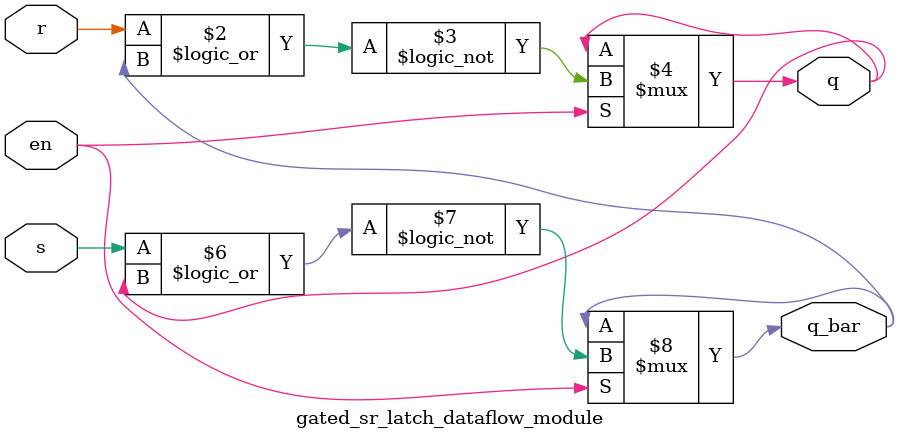
<source format=v>

module gated_sr_latch_dataflow_module (s, r, en, q, q_bar);
	input s, r;
	input en; //enable
	
	output q, q_bar;
	
	wire q_tmp, q_bar_tmp;	

	assign q = (en == 1'b1)? !(r || q_bar) : q;
	assign q_bar = (en == 1'b1)? !(s || q): q_bar;
	
endmodule

</source>
